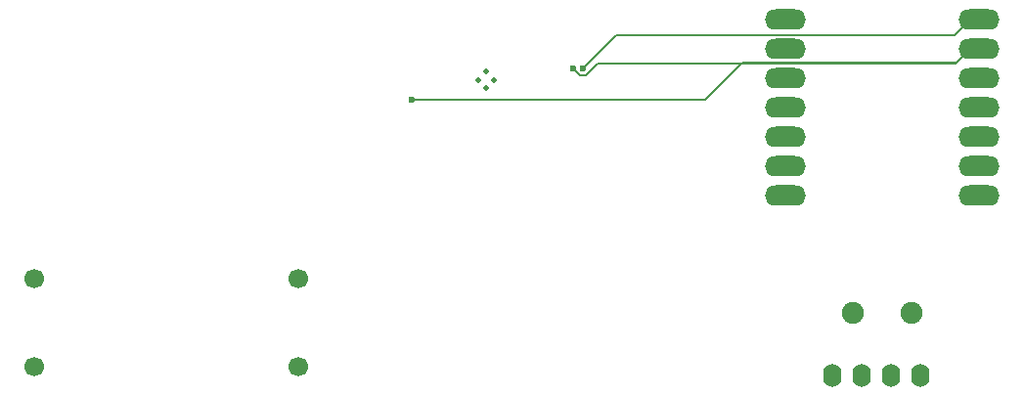
<source format=gbr>
%TF.GenerationSoftware,KiCad,Pcbnew,9.0.7*%
%TF.CreationDate,2026-02-01T17:27:12-08:00*%
%TF.ProjectId,DisplayDevice,44697370-6c61-4794-9465-766963652e6b,rev?*%
%TF.SameCoordinates,Original*%
%TF.FileFunction,Copper,L2,Bot*%
%TF.FilePolarity,Positive*%
%FSLAX46Y46*%
G04 Gerber Fmt 4.6, Leading zero omitted, Abs format (unit mm)*
G04 Created by KiCad (PCBNEW 9.0.7) date 2026-02-01 17:27:12*
%MOMM*%
%LPD*%
G01*
G04 APERTURE LIST*
%TA.AperFunction,ComponentPad*%
%ADD10O,1.600000X2.000000*%
%TD*%
%TA.AperFunction,ComponentPad*%
%ADD11C,0.499999*%
%TD*%
%TA.AperFunction,ComponentPad*%
%ADD12C,1.905000*%
%TD*%
%TA.AperFunction,ComponentPad*%
%ADD13O,3.556000X1.778000*%
%TD*%
%TA.AperFunction,ComponentPad*%
%ADD14C,1.700000*%
%TD*%
%TA.AperFunction,ViaPad*%
%ADD15C,0.600000*%
%TD*%
%TA.AperFunction,Conductor*%
%ADD16C,0.200000*%
%TD*%
G04 APERTURE END LIST*
D10*
%TO.P,J1,1,GND*%
%TO.N,/GND*%
X161880000Y-107150000D03*
%TO.P,J1,2,VCC*%
%TO.N,/3V3*%
X164420000Y-107150000D03*
%TO.P,J1,3,SCL*%
%TO.N,Net-(J1-SCL)*%
X166960000Y-107150000D03*
%TO.P,J1,4,SDA*%
%TO.N,Net-(J1-SDA)*%
X169500000Y-107150000D03*
%TD*%
D11*
%TO.P,Uw1,17,PPAD*%
%TO.N,/GND*%
X131199998Y-81600000D03*
X131899999Y-80899999D03*
X131899999Y-82300001D03*
X132600000Y-81600000D03*
%TD*%
D12*
%TO.P,U1,16,-BATT*%
%TO.N,unconnected-(U1--BATT-Pad16)*%
X168740000Y-101780000D03*
%TO.P,U1,15,+BATT*%
%TO.N,unconnected-(U1-+BATT-Pad15)*%
X163660000Y-101780000D03*
D13*
%TO.P,U1,14,5V*%
%TO.N,/5V*%
X174582000Y-76380000D03*
%TO.P,U1,13,GND*%
%TO.N,/GND*%
X174582000Y-78920000D03*
%TO.P,U1,12,3V3*%
%TO.N,/3V3*%
X174582000Y-81460000D03*
%TO.P,U1,11,GPIO9_A10_D10_COPI*%
%TO.N,Net-(D1-DIN)*%
X174582000Y-84000000D03*
%TO.P,U1,10,GPIO8_A9_D9_CIPO*%
%TO.N,Net-(U1-GPIO8_A9_D9_CIPO)*%
X174582000Y-86540000D03*
%TO.P,U1,9,GPIO7_A8_D8_SCK*%
%TO.N,unconnected-(U1-GPIO7_A8_D8_SCK-Pad9)*%
X174582000Y-89080000D03*
%TO.P,U1,8,GPIO44_D7_RX*%
%TO.N,Net-(U1-GPIO44_D7_RX)*%
X174582000Y-91620000D03*
%TO.P,U1,7,GPIO43_TX_D6*%
%TO.N,unconnected-(U1-GPIO43_TX_D6-Pad7)*%
X157818000Y-91620000D03*
%TO.P,U1,6,GPIO6_A5_D5_SCL*%
%TO.N,Net-(J1-SCL)*%
X157818000Y-89080000D03*
%TO.P,U1,5,GPIO4_A3_D3_SDA*%
%TO.N,Net-(J1-SDA)*%
X157818000Y-86540000D03*
%TO.P,U1,4,GPIO4_A3_D3*%
%TO.N,Net-(U1-GPIO4_A3_D3)*%
X157818000Y-84000000D03*
%TO.P,U1,3,GPIO3_A2_D2*%
%TO.N,Net-(U1-GPIO3_A2_D2)*%
X157818000Y-81460000D03*
%TO.P,U1,2,GPIO2_A1_D1*%
%TO.N,Net-(U1-GPIO2_A1_D1)*%
X157818000Y-78920000D03*
%TO.P,U1,1,GPIO1_A0_D0*%
%TO.N,Net-(U1-GPIO1_A0_D0)*%
X157818000Y-76380000D03*
%TD*%
D14*
%TO.P,M1,1,Pin_1*%
%TO.N,Net-(M1-Pin_1)*%
X92770000Y-98790000D03*
%TO.P,M1,2,Pin_2*%
%TO.N,Net-(M1-Pin_2)*%
X92770000Y-106410000D03*
%TO.P,M1,3,Pin_3*%
%TO.N,Net-(M1-Pin_3)*%
X115630000Y-98790000D03*
%TO.P,M1,4,Pin_4*%
%TO.N,Net-(M1-Pin_4)*%
X115630000Y-106410000D03*
%TD*%
D15*
%TO.N,/GND*%
X139451473Y-80574999D03*
X125439152Y-83339152D03*
%TO.N,/5V*%
X140300000Y-80574999D03*
%TD*%
D16*
%TO.N,/GND*%
X150826934Y-83339152D02*
X154056086Y-80110000D01*
X140548943Y-81175999D02*
X141524942Y-80200000D01*
X172630000Y-80110000D02*
X173820000Y-78920000D01*
X141524942Y-80200000D02*
X172540000Y-80200000D01*
X172540000Y-80200000D02*
X173820000Y-78920000D01*
X154056086Y-80110000D02*
X172630000Y-80110000D01*
X140052473Y-81175999D02*
X140548943Y-81175999D01*
X125439152Y-83339152D02*
X150826934Y-83339152D01*
X139451473Y-80574999D02*
X140052473Y-81175999D01*
%TO.N,/5V*%
X172470000Y-77730000D02*
X173820000Y-76380000D01*
X140300000Y-80574999D02*
X143144999Y-77730000D01*
X143144999Y-77730000D02*
X172470000Y-77730000D01*
%TD*%
M02*

</source>
